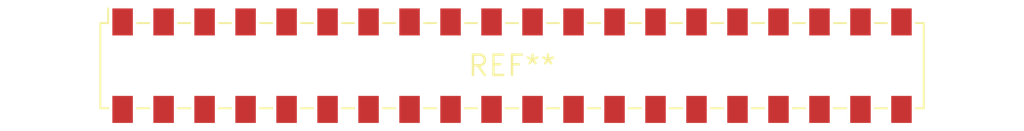
<source format=kicad_pcb>
(kicad_pcb (version 20240108) (generator pcbnew)
  (layers (0 "F.Cu" signal) (31 "B.Cu" signal) (34 "B.Paste" user) (35 "F.Paste" user) (36 "B.SilkS" user "B.Silkscreen") (37 "F.SilkS" user "F.Silkscreen") (38 "B.Mask" user) (39 "F.Mask" user) (44 "Edge.Cuts" user))
  (net 0 "")
  (footprint "Samtec_HLE-120-02-xxx-DV-BE-LC_2x20_P2.54mm_Horizontal" (layer "F.Cu") (at 0 0)
    (property "Reference" "REF**")
    (property "Value" "Samtec_HLE-120-02-xxx-DV-BE-LC_2x20_P2.54mm_Horizontal")
    (fp_line (start -25.51 -2.65) (end -25.51 2.65) (layer "F.SilkS") (stroke (width 0.12)))
    (fp_line (start -25.51 2.65) (end -25.025 2.65) (layer "F.SilkS") (stroke (width 0.12)))
    (fp_line (start -25.025 -3.56) (end -25.025 -2.65) (layer "F.SilkS") (stroke (width 0.12)))
    (fp_line (start -25.025 -2.65) (end -25.51 -2.65) (layer "F.SilkS") (stroke (width 0.12)))
    (fp_line (start -23.235 -2.65) (end -22.485 -2.65) (layer "F.SilkS") (stroke (width 0.12)))
    (fp_line (start -23.235 2.65) (end -22.485 2.65) (layer "F.SilkS") (stroke (width 0.12)))
    (fp_line (start -20.695 -2.65) (end -19.945 -2.65) (layer "F.SilkS") (stroke (width 0.12)))
    (fp_line (start -20.695 2.65) (end -19.945 2.65) (layer "F.SilkS") (stroke (width 0.12)))
    (fp_line (start -18.155 -2.65) (end -17.405 -2.65) (layer "F.SilkS") (stroke (width 0.12)))
    (fp_line (start -18.155 2.65) (end -17.405 2.65) (layer "F.SilkS") (stroke (width 0.12)))
    (fp_line (start -15.615 -2.65) (end -14.865 -2.65) (layer "F.SilkS") (stroke (width 0.12)))
    (fp_line (start -15.615 2.65) (end -14.865 2.65) (layer "F.SilkS") (stroke (width 0.12)))
    (fp_line (start -13.075 -2.65) (end -12.325 -2.65) (layer "F.SilkS") (stroke (width 0.12)))
    (fp_line (start -13.075 2.65) (end -12.325 2.65) (layer "F.SilkS") (stroke (width 0.12)))
    (fp_line (start -10.535 -2.65) (end -9.785 -2.65) (layer "F.SilkS") (stroke (width 0.12)))
    (fp_line (start -10.535 2.65) (end -9.785 2.65) (layer "F.SilkS") (stroke (width 0.12)))
    (fp_line (start -7.995 -2.65) (end -7.245 -2.65) (layer "F.SilkS") (stroke (width 0.12)))
    (fp_line (start -7.995 2.65) (end -7.245 2.65) (layer "F.SilkS") (stroke (width 0.12)))
    (fp_line (start -5.455 -2.65) (end -4.705 -2.65) (layer "F.SilkS") (stroke (width 0.12)))
    (fp_line (start -5.455 2.65) (end -4.705 2.65) (layer "F.SilkS") (stroke (width 0.12)))
    (fp_line (start -2.915 -2.65) (end -2.165 -2.65) (layer "F.SilkS") (stroke (width 0.12)))
    (fp_line (start -2.915 2.65) (end -2.165 2.65) (layer "F.SilkS") (stroke (width 0.12)))
    (fp_line (start -0.375 -2.65) (end 0.375 -2.65) (layer "F.SilkS") (stroke (width 0.12)))
    (fp_line (start -0.375 2.65) (end 0.375 2.65) (layer "F.SilkS") (stroke (width 0.12)))
    (fp_line (start 2.165 -2.65) (end 2.915 -2.65) (layer "F.SilkS") (stroke (width 0.12)))
    (fp_line (start 2.165 2.65) (end 2.915 2.65) (layer "F.SilkS") (stroke (width 0.12)))
    (fp_line (start 4.705 -2.65) (end 5.455 -2.65) (layer "F.SilkS") (stroke (width 0.12)))
    (fp_line (start 4.705 2.65) (end 5.455 2.65) (layer "F.SilkS") (stroke (width 0.12)))
    (fp_line (start 7.245 -2.65) (end 7.995 -2.65) (layer "F.SilkS") (stroke (width 0.12)))
    (fp_line (start 7.245 2.65) (end 7.995 2.65) (layer "F.SilkS") (stroke (width 0.12)))
    (fp_line (start 9.785 -2.65) (end 10.535 -2.65) (layer "F.SilkS") (stroke (width 0.12)))
    (fp_line (start 9.785 2.65) (end 10.535 2.65) (layer "F.SilkS") (stroke (width 0.12)))
    (fp_line (start 12.325 -2.65) (end 13.075 -2.65) (layer "F.SilkS") (stroke (width 0.12)))
    (fp_line (start 12.325 2.65) (end 13.075 2.65) (layer "F.SilkS") (stroke (width 0.12)))
    (fp_line (start 14.865 -2.65) (end 15.615 -2.65) (layer "F.SilkS") (stroke (width 0.12)))
    (fp_line (start 14.865 2.65) (end 15.615 2.65) (layer "F.SilkS") (stroke (width 0.12)))
    (fp_line (start 17.405 -2.65) (end 18.155 -2.65) (layer "F.SilkS") (stroke (width 0.12)))
    (fp_line (start 17.405 2.65) (end 18.155 2.65) (layer "F.SilkS") (stroke (width 0.12)))
    (fp_line (start 19.945 -2.65) (end 20.695 -2.65) (layer "F.SilkS") (stroke (width 0.12)))
    (fp_line (start 19.945 2.65) (end 20.695 2.65) (layer "F.SilkS") (stroke (width 0.12)))
    (fp_line (start 22.485 -2.65) (end 23.235 -2.65) (layer "F.SilkS") (stroke (width 0.12)))
    (fp_line (start 22.485 2.65) (end 23.235 2.65) (layer "F.SilkS") (stroke (width 0.12)))
    (fp_line (start 25.025 -2.65) (end 25.51 -2.65) (layer "F.SilkS") (stroke (width 0.12)))
    (fp_line (start 25.51 -2.65) (end 25.51 2.65) (layer "F.SilkS") (stroke (width 0.12)))
    (fp_line (start 25.51 2.65) (end 25.025 2.65) (layer "F.SilkS") (stroke (width 0.12)))
    (pad "" np_thru_hole circle (at -24.13 -1.27) (size 0.97 0.97) (drill 0.97) (layers *.Cu *.Mask))
    (pad "" np_thru_hole circle (at -24.13 1.27) (size 0.97 0.97) (drill 0.97) (layers *.Cu *.Mask))
    (pad "" np_thru_hole circle (at -22.86 0) (size 1.19 1.19) (drill 1.19) (layers *.Cu *.Mask))
    (pad "" np_thru_hole circle (at -21.59 -1.27) (size 0.97 0.97) (drill 0.97) (layers *.Cu *.Mask))
    (pad "" np_thru_hole circle (at -21.59 1.27) (size 0.97 0.97) (drill 0.97) (layers *.Cu *.Mask))
    (pad "" np_thru_hole circle (at -19.05 -1.27) (size 0.97 0.97) (drill 0.97) (layers *.Cu *.Mask))
    (pad "" np_thru_hole circle (at -19.05 1.27) (size 0.97 0.97) (drill 0.97) (layers *.Cu *.Mask))
    (pad "" np_thru_hole circle (at -16.51 -1.27) (size 0.97 0.97) (drill 0.97) (layers *.Cu *.Mask))
    (pad "" np_thru_hole circle (at -16.51 1.27) (size 0.97 0.97) (drill 0.97) (layers *.Cu *.Mask))
    (pad "" np_thru_hole circle (at -13.97 -1.27) (size 0.97 0.97) (drill 0.97) (layers *.Cu *.Mask))
    (pad "" np_thru_hole circle (at -13.97 1.27) (size 0.97 0.97) (drill 0.97) (layers *.Cu *.Mask))
    (pad "" np_thru_hole circle (at -11.43 -1.27) (size 0.97 0.97) (drill 0.97) (layers *.Cu *.Mask))
    (pad "" np_thru_hole circle (at -11.43 1.27) (size 0.97 0.97) (drill 0.97) (layers *.Cu *.Mask))
    (pad "" np_thru_hole circle (at -8.89 -1.27) (size 0.97 0.97) (drill 0.97) (layers *.Cu *.Mask))
    (pad "" np_thru_hole circle (at -8.89 1.27) (size 0.97 0.97) (drill 0.97) (layers *.Cu *.Mask))
    (pad "" np_thru_hole circle (at -6.35 -1.27) (size 0.97 0.97) (drill 0.97) (layers *.Cu *.Mask))
    (pad "" np_thru_hole circle (at -6.35 1.27) (size 0.97 0.97) (drill 0.97) (layers *.Cu *.Mask))
    (pad "" np_thru_hole circle (at -3.81 -1.27) (size 0.97 0.97) (drill 0.97) (layers *.Cu *.Mask))
    (pad "" np_thru_hole circle (at -3.81 1.27) (size 0.97 0.97) (drill 0.97) (layers *.Cu *.Mask))
    (pad "" np_thru_hole circle (at -1.27 -1.27) (size 0.97 0.97) (drill 0.97) (layers *.Cu *.Mask))
    (pad "" np_thru_hole circle (at -1.27 1.27) (size 0.97 0.97) (drill 0.97) (layers *.Cu *.Mask))
    (pad "" np_thru_hole circle (at 1.27 -1.27) (size 0.97 0.97) (drill 0.97) (layers *.Cu *.Mask))
    (pad "" np_thru_hole circle (at 1.27 1.27) (size 0.97 0.97) (drill 0.97) (layers *.Cu *.Mask))
    (pad "" np_thru_hole circle (at 3.81 -1.27) (size 0.97 0.97) (drill 0.97) (layers *.Cu *.Mask))
    (pad "" np_thru_hole circle (at 3.81 1.27) (size 0.97 0.97) (drill 0.97) (layers *.Cu *.Mask))
    (pad "" np_thru_hole circle (at 6.35 -1.27) (size 0.97 0.97) (drill 0.97) (layers *.Cu *.Mask))
    (pad "" np_thru_hole circle (at 6.35 1.27) (size 0.97 0.97) (drill 0.97) (layers *.Cu *.Mask))
    (pad "" np_thru_hole circle (at 8.89 -1.27) (size 0.97 0.97) (drill 0.97) (layers *.Cu *.Mask))
    (pad "" np_thru_hole circle (at 8.89 1.27) (size 0.97 0.97) (drill 0.97) (layers *.Cu *.Mask))
    (pad "" np_thru_hole circle (at 11.43 -1.27) (size 0.97 0.97) (drill 0.97) (layers *.Cu *.Mask))
    (pad "" np_thru_hole circle (at 11.43 1.27) (size 0.97 0.97) (drill 0.97) (layers *.Cu *.Mask))
    (pad "" np_thru_hole circle (at 13.97 -1.27) (size 0.97 0.97) (drill 0.97) (layers *.Cu *.Mask))
    (pad "" np_thru_hole circle (at 13.97 1.27) (size 0.97 0.97) (drill 0.97) (layers *.Cu *.Mask))
    (pad "" np_thru_hole circle (at 16.51 -1.27) (size 0.97 0.97) (drill 0.97) (layers *.Cu *.Mask))
    (pad "" np_thru_hole circle (at 16.51 1.27) (size 0.97 0.97) (drill 0.97) (layers *.Cu *.Mask))
    (pad "" np_thru_hole circle (at 19.05 -1.27) (size 0.97 0.97) (drill 0.97) (layers *.Cu *.Mask))
    (pad "" np_thru_hole circle (at 19.05 1.27) (size 0.97 0.97) (drill 0.97) (layers *.Cu *.Mask))
    (pad "" np_thru_hole circle (at 21.59 -1.27) (size 0.97 0.97) (drill 0.97) (layers *.Cu *.Mask))
    (pad "" np_thru_hole circle (at 21.59 1.27) (size 0.97 0.97) (drill 0.97) (layers *.Cu *.Mask))
    (pad "" np_thru_hole circle (at 22.86 0) (size 1.19 1.19) (drill 1.19) (layers *.Cu *.Mask))
    (pad "" np_thru_hole circle (at 24.13 -1.27) (size 0.97 0.97) (drill 0.97) (layers *.Cu *.Mask))
    (pad "" np_thru_hole circle (at 24.13 1.27) (size 0.97 0.97) (drill 0.97) (layers *.Cu *.Mask))
    (pad "1" smd rect (at -24.13 -2.72) (size 1.27 1.68) (layers "F.Cu" "F.Paste" "F.Mask"))
    (pad "2" smd rect (at -24.13 2.72) (size 1.27 1.68) (layers "F.Cu" "F.Paste" "F.Mask"))
    (pad "3" smd rect (at -21.59 -2.72) (size 1.27 1.68) (layers "F.Cu" "F.Paste" "F.Mask"))
    (pad "4" smd rect (at -21.59 2.72) (size 1.27 1.68) (layers "F.Cu" "F.Paste" "F.Mask"))
    (pad "5" smd rect (at -19.05 -2.72) (size 1.27 1.68) (layers "F.Cu" "F.Paste" "F.Mask"))
    (pad "6" smd rect (at -19.05 2.72) (size 1.27 1.68) (layers "F.Cu" "F.Paste" "F.Mask"))
    (pad "7" smd rect (at -16.51 -2.72) (size 1.27 1.68) (layers "F.Cu" "F.Paste" "F.Mask"))
    (pad "8" smd rect (at -16.51 2.72) (size 1.27 1.68) (layers "F.Cu" "F.Paste" "F.Mask"))
    (pad "9" smd rect (at -13.97 -2.72) (size 1.27 1.68) (layers "F.Cu" "F.Paste" "F.Mask"))
    (pad "10" smd rect (at -13.97 2.72) (size 1.27 1.68) (layers "F.Cu" "F.Paste" "F.Mask"))
    (pad "11" smd rect (at -11.43 -2.72) (size 1.27 1.68) (layers "F.Cu" "F.Paste" "F.Mask"))
    (pad "12" smd rect (at -11.43 2.72) (size 1.27 1.68) (layers "F.Cu" "F.Paste" "F.Mask"))
    (pad "13" smd rect (at -8.89 -2.72) (size 1.27 1.68) (layers "F.Cu" "F.Paste" "F.Mask"))
    (pad "14" smd rect (at -8.89 2.72) (size 1.27 1.68) (layers "F.Cu" "F.Paste" "F.Mask"))
    (pad "15" smd rect (at -6.35 -2.72) (size 1.27 1.68) (layers "F.Cu" "F.Paste" "F.Mask"))
    (pad "16" smd rect (at -6.35 2.72) (size 1.27 1.68) (layers "F.Cu" "F.Paste" "F.Mask"))
    (pad "17" smd rect (at -3.81 -2.72) (size 1.27 1.68) (layers "F.Cu" "F.Paste" "F.Mask"))
    (pad "18" smd rect (at -3.81 2.72) (size 1.27 1.68) (layers "F.Cu" "F.Paste" "F.Mask"))
    (pad "19" smd rect (at -1.27 -2.72) (size 1.27 1.68) (layers "F.Cu" "F.Paste" "F.Mask"))
    (pad "20" smd rect (at -1.27 2.72) (size 1.27 1.68) (layers "F.Cu" "F.Paste" "F.Mask"))
    (pad "21" smd rect (at 1.27 -2.72) (size 1.27 1.68) (layers "F.Cu" "F.Paste" "F.Mask"))
    (pad "22" smd rect (at 1.27 2.72) (size 1.27 1.68) (layers "F.Cu" "F.Paste" "F.Mask"))
    (pad "23" smd rect (at 3.81 -2.72) (size 1.27 1.68) (layers "F.Cu" "F.Paste" "F.Mask"))
    (pad "24" smd rect (at 3.81 2.72) (size 1.27 1.68) (layers "F.Cu" "F.Paste" "F.Mask"))
    (pad "25" smd rect (at 6.35 -2.72) (size 1.27 1.68) (layers "F.Cu" "F.Paste" "F.Mask"))
    (pad "26" smd rect (at 6.35 2.72) (size 1.27 1.68) (layers "F.Cu" "F.Paste" "F.Mask"))
    (pad "27" smd rect (at 8.89 -2.72) (size 1.27 1.68) (layers "F.Cu" "F.Paste" "F.Mask"))
    (pad "28" smd rect (at 8.89 2.72) (size 1.27 1.68) (layers "F.Cu" "F.Paste" "F.Mask"))
    (pad "29" smd rect (at 11.43 -2.72) (size 1.27 1.68) (layers "F.Cu" "F.Paste" "F.Mask"))
    (pad "30" smd rect (at 11.43 2.72) (size 1.27 1.68) (layers "F.Cu" "F.Paste" "F.Mask"))
    (pad "31" smd rect (at 13.97 -2.72) (size 1.27 1.68) (layers "F.Cu" "F.Paste" "F.Mask"))
    (pad "32" smd rect (at 13.97 2.72) (size 1.27 1.68) (layers "F.Cu" "F.Paste" "F.Mask"))
    (pad "33" smd rect (at 16.51 -2.72) (size 1.27 1.68) (layers "F.Cu" "F.Paste" "F.Mask"))
    (pad "34" smd rect (at 16.51 2.72) (size 1.27 1.68) (layers "F.Cu" "F.Paste" "F.Mask"))
    (pad "35" smd rect (at 19.05 -2.72) (size 1.27 1.68) (layers "F.Cu" "F.Paste" "F.Mask"))
    (pad "36" smd rect (at 19.05 2.72) (size 1.27 1.68) (layers "F.Cu" "F.Paste" "F.Mask"))
    (pad "37" smd rect (at 21.59 -2.72) (size 1.27 1.68) (layers "F.Cu" "F.Paste" "F.Mask"))
    (pad "38" smd rect (at 21.59 2.72) (size 1.27 1.68) (layers "F.Cu" "F.Paste" "F.Mask"))
    (pad "39" smd rect (at 24.13 -2.72) (size 1.27 1.68) (layers "F.Cu" "F.Paste" "F.Mask"))
    (pad "40" smd rect (at 24.13 2.72) (size 1.27 1.68) (layers "F.Cu" "F.Paste" "F.Mask"))
  )
)
</source>
